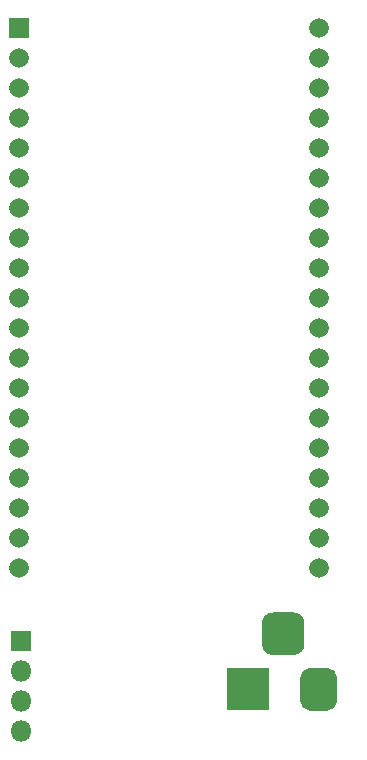
<source format=gbr>
%TF.GenerationSoftware,KiCad,Pcbnew,(5.1.6)-1*%
%TF.CreationDate,2020-09-03T22:55:09+05:30*%
%TF.ProjectId,WeatherStationKit (BareBones),57656174-6865-4725-9374-6174696f6e4b,rev?*%
%TF.SameCoordinates,Original*%
%TF.FileFunction,Soldermask,Bot*%
%TF.FilePolarity,Negative*%
%FSLAX46Y46*%
G04 Gerber Fmt 4.6, Leading zero omitted, Abs format (unit mm)*
G04 Created by KiCad (PCBNEW (5.1.6)-1) date 2020-09-03 22:55:09*
%MOMM*%
%LPD*%
G01*
G04 APERTURE LIST*
%ADD10R,3.600000X3.600000*%
%ADD11R,1.800000X1.800000*%
%ADD12O,1.800000X1.800000*%
%ADD13R,1.660000X1.660000*%
%ADD14C,1.660000*%
G04 APERTURE END LIST*
D10*
%TO.C,Barrel Jack*%
X102870000Y-119380000D03*
G36*
G01*
X110420000Y-118355000D02*
X110420000Y-120405000D01*
G75*
G02*
X109645000Y-121180000I-775000J0D01*
G01*
X108095000Y-121180000D01*
G75*
G02*
X107320000Y-120405000I0J775000D01*
G01*
X107320000Y-118355000D01*
G75*
G02*
X108095000Y-117580000I775000J0D01*
G01*
X109645000Y-117580000D01*
G75*
G02*
X110420000Y-118355000I0J-775000D01*
G01*
G37*
G36*
G01*
X107670000Y-113780000D02*
X107670000Y-115580000D01*
G75*
G02*
X106770000Y-116480000I-900000J0D01*
G01*
X104970000Y-116480000D01*
G75*
G02*
X104070000Y-115580000I0J900000D01*
G01*
X104070000Y-113780000D01*
G75*
G02*
X104970000Y-112880000I900000J0D01*
G01*
X106770000Y-112880000D01*
G75*
G02*
X107670000Y-113780000I0J-900000D01*
G01*
G37*
%TD*%
D11*
%TO.C,BME280*%
X83693000Y-115316000D03*
D12*
X83693000Y-117856000D03*
X83693000Y-120396000D03*
X83693000Y-122936000D03*
%TD*%
D13*
%TO.C,ESP32 - Development Board*%
X83460000Y-63392600D03*
D14*
X83460000Y-65932600D03*
X83460000Y-109112600D03*
X83460000Y-68472600D03*
X83460000Y-71012600D03*
X83460000Y-73552600D03*
X83460000Y-76092600D03*
X83460000Y-78632600D03*
X83460000Y-81172600D03*
X83460000Y-83712600D03*
X83460000Y-86252600D03*
X83460000Y-88792600D03*
X83460000Y-91332600D03*
X83460000Y-93872600D03*
X83460000Y-96412600D03*
X83460000Y-98952600D03*
X83460000Y-101492600D03*
X83460000Y-104032600D03*
X83460000Y-106572600D03*
X108860000Y-63392600D03*
X108860000Y-65932600D03*
X108860000Y-68472600D03*
X108860000Y-71012600D03*
X108860000Y-73552600D03*
X108860000Y-76092600D03*
X108860000Y-78632600D03*
X108860000Y-81172600D03*
X108860000Y-83712600D03*
X108860000Y-86252600D03*
X108860000Y-88792600D03*
X108860000Y-91332600D03*
X108860000Y-93872600D03*
X108860000Y-96412600D03*
X108860000Y-98952600D03*
X108860000Y-101492600D03*
X108860000Y-104032600D03*
X108860000Y-106572600D03*
X108860000Y-109112600D03*
%TD*%
M02*

</source>
